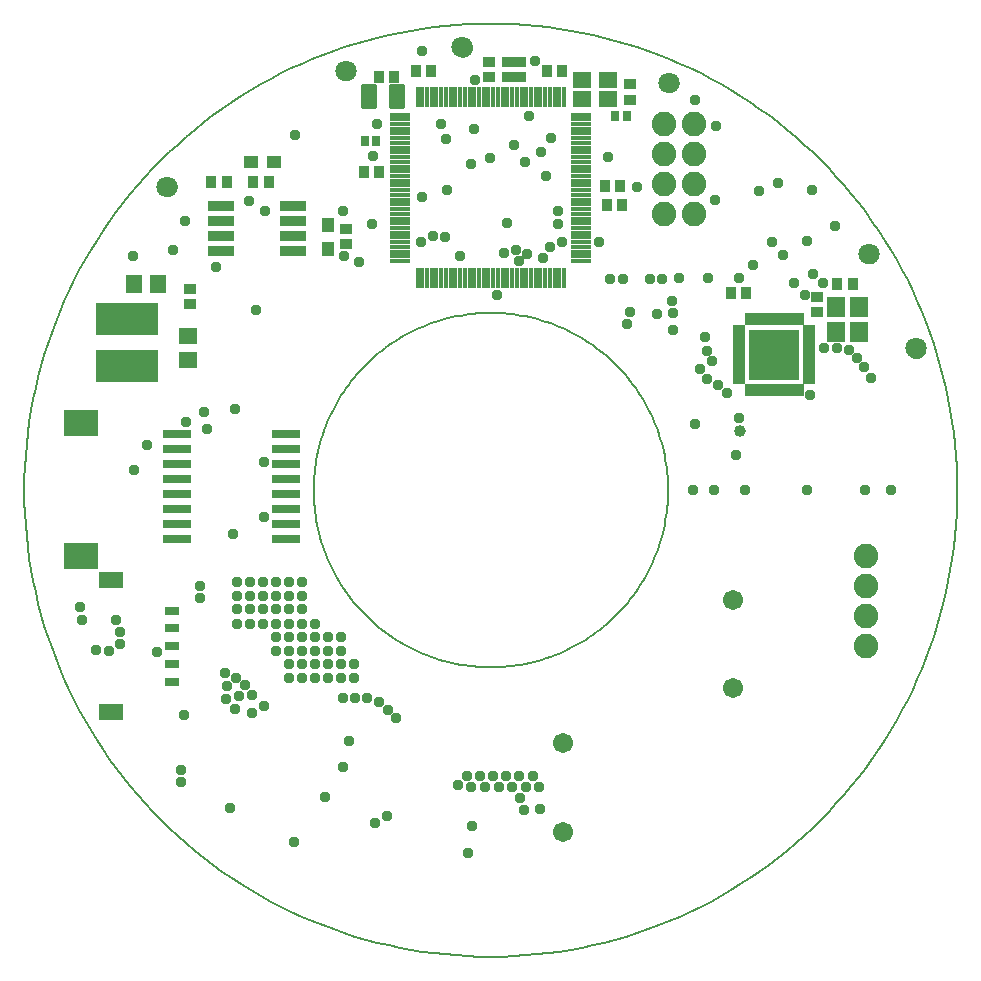
<source format=gbs>
G75*
%MOIN*%
%OFA0B0*%
%FSLAX25Y25*%
%IPPOS*%
%LPD*%
%AMOC8*
5,1,8,0,0,1.08239X$1,22.5*
%
%ADD10C,0.00600*%
%ADD11C,0.00000*%
%ADD12C,0.07099*%
%ADD13R,0.05918X0.06706*%
%ADD14R,0.04343X0.03556*%
%ADD15R,0.03556X0.04343*%
%ADD16R,0.04737X0.03950*%
%ADD17R,0.03950X0.04737*%
%ADD18R,0.05524X0.05918*%
%ADD19R,0.05918X0.05524*%
%ADD20R,0.01765X0.07099*%
%ADD21R,0.07099X0.01765*%
%ADD22R,0.08800X0.03400*%
%ADD23R,0.09461X0.03162*%
%ADD24R,0.20800X0.10800*%
%ADD25R,0.03162X0.03556*%
%ADD26C,0.06737*%
%ADD27R,0.06312X0.05524*%
%ADD28R,0.04146X0.01902*%
%ADD29R,0.01902X0.04146*%
%ADD30R,0.17139X0.17139*%
%ADD31C,0.01539*%
%ADD32R,0.11824X0.09068*%
%ADD33C,0.08200*%
%ADD34R,0.04737X0.03162*%
%ADD35R,0.07887X0.05721*%
%ADD36C,0.03778*%
%ADD37C,0.03975*%
D10*
X0154843Y0163111D02*
X0154861Y0164560D01*
X0154914Y0166009D01*
X0155003Y0167455D01*
X0155127Y0168899D01*
X0155287Y0170340D01*
X0155482Y0171776D01*
X0155712Y0173207D01*
X0155978Y0174632D01*
X0156278Y0176050D01*
X0156613Y0177460D01*
X0156982Y0178862D01*
X0157386Y0180254D01*
X0157824Y0181635D01*
X0158295Y0183006D01*
X0158800Y0184365D01*
X0159338Y0185710D01*
X0159909Y0187043D01*
X0160513Y0188360D01*
X0161149Y0189663D01*
X0161816Y0190949D01*
X0162515Y0192219D01*
X0163245Y0193471D01*
X0164005Y0194705D01*
X0164796Y0195920D01*
X0165616Y0197115D01*
X0166465Y0198290D01*
X0167342Y0199444D01*
X0168248Y0200575D01*
X0169181Y0201684D01*
X0170141Y0202770D01*
X0171128Y0203832D01*
X0172140Y0204869D01*
X0173177Y0205881D01*
X0174239Y0206868D01*
X0175325Y0207828D01*
X0176434Y0208761D01*
X0177565Y0209667D01*
X0178719Y0210544D01*
X0179894Y0211393D01*
X0181089Y0212213D01*
X0182304Y0213004D01*
X0183538Y0213764D01*
X0184790Y0214494D01*
X0186060Y0215193D01*
X0187346Y0215860D01*
X0188649Y0216496D01*
X0189966Y0217100D01*
X0191299Y0217671D01*
X0192644Y0218209D01*
X0194003Y0218714D01*
X0195374Y0219185D01*
X0196755Y0219623D01*
X0198147Y0220027D01*
X0199549Y0220396D01*
X0200959Y0220731D01*
X0202377Y0221031D01*
X0203802Y0221297D01*
X0205233Y0221527D01*
X0206669Y0221722D01*
X0208110Y0221882D01*
X0209554Y0222006D01*
X0211000Y0222095D01*
X0212449Y0222148D01*
X0213898Y0222166D01*
X0215347Y0222148D01*
X0216796Y0222095D01*
X0218242Y0222006D01*
X0219686Y0221882D01*
X0221127Y0221722D01*
X0222563Y0221527D01*
X0223994Y0221297D01*
X0225419Y0221031D01*
X0226837Y0220731D01*
X0228247Y0220396D01*
X0229649Y0220027D01*
X0231041Y0219623D01*
X0232422Y0219185D01*
X0233793Y0218714D01*
X0235152Y0218209D01*
X0236497Y0217671D01*
X0237830Y0217100D01*
X0239147Y0216496D01*
X0240450Y0215860D01*
X0241736Y0215193D01*
X0243006Y0214494D01*
X0244258Y0213764D01*
X0245492Y0213004D01*
X0246707Y0212213D01*
X0247902Y0211393D01*
X0249077Y0210544D01*
X0250231Y0209667D01*
X0251362Y0208761D01*
X0252471Y0207828D01*
X0253557Y0206868D01*
X0254619Y0205881D01*
X0255656Y0204869D01*
X0256668Y0203832D01*
X0257655Y0202770D01*
X0258615Y0201684D01*
X0259548Y0200575D01*
X0260454Y0199444D01*
X0261331Y0198290D01*
X0262180Y0197115D01*
X0263000Y0195920D01*
X0263791Y0194705D01*
X0264551Y0193471D01*
X0265281Y0192219D01*
X0265980Y0190949D01*
X0266647Y0189663D01*
X0267283Y0188360D01*
X0267887Y0187043D01*
X0268458Y0185710D01*
X0268996Y0184365D01*
X0269501Y0183006D01*
X0269972Y0181635D01*
X0270410Y0180254D01*
X0270814Y0178862D01*
X0271183Y0177460D01*
X0271518Y0176050D01*
X0271818Y0174632D01*
X0272084Y0173207D01*
X0272314Y0171776D01*
X0272509Y0170340D01*
X0272669Y0168899D01*
X0272793Y0167455D01*
X0272882Y0166009D01*
X0272935Y0164560D01*
X0272953Y0163111D01*
X0272935Y0161662D01*
X0272882Y0160213D01*
X0272793Y0158767D01*
X0272669Y0157323D01*
X0272509Y0155882D01*
X0272314Y0154446D01*
X0272084Y0153015D01*
X0271818Y0151590D01*
X0271518Y0150172D01*
X0271183Y0148762D01*
X0270814Y0147360D01*
X0270410Y0145968D01*
X0269972Y0144587D01*
X0269501Y0143216D01*
X0268996Y0141857D01*
X0268458Y0140512D01*
X0267887Y0139179D01*
X0267283Y0137862D01*
X0266647Y0136559D01*
X0265980Y0135273D01*
X0265281Y0134003D01*
X0264551Y0132751D01*
X0263791Y0131517D01*
X0263000Y0130302D01*
X0262180Y0129107D01*
X0261331Y0127932D01*
X0260454Y0126778D01*
X0259548Y0125647D01*
X0258615Y0124538D01*
X0257655Y0123452D01*
X0256668Y0122390D01*
X0255656Y0121353D01*
X0254619Y0120341D01*
X0253557Y0119354D01*
X0252471Y0118394D01*
X0251362Y0117461D01*
X0250231Y0116555D01*
X0249077Y0115678D01*
X0247902Y0114829D01*
X0246707Y0114009D01*
X0245492Y0113218D01*
X0244258Y0112458D01*
X0243006Y0111728D01*
X0241736Y0111029D01*
X0240450Y0110362D01*
X0239147Y0109726D01*
X0237830Y0109122D01*
X0236497Y0108551D01*
X0235152Y0108013D01*
X0233793Y0107508D01*
X0232422Y0107037D01*
X0231041Y0106599D01*
X0229649Y0106195D01*
X0228247Y0105826D01*
X0226837Y0105491D01*
X0225419Y0105191D01*
X0223994Y0104925D01*
X0222563Y0104695D01*
X0221127Y0104500D01*
X0219686Y0104340D01*
X0218242Y0104216D01*
X0216796Y0104127D01*
X0215347Y0104074D01*
X0213898Y0104056D01*
X0212449Y0104074D01*
X0211000Y0104127D01*
X0209554Y0104216D01*
X0208110Y0104340D01*
X0206669Y0104500D01*
X0205233Y0104695D01*
X0203802Y0104925D01*
X0202377Y0105191D01*
X0200959Y0105491D01*
X0199549Y0105826D01*
X0198147Y0106195D01*
X0196755Y0106599D01*
X0195374Y0107037D01*
X0194003Y0107508D01*
X0192644Y0108013D01*
X0191299Y0108551D01*
X0189966Y0109122D01*
X0188649Y0109726D01*
X0187346Y0110362D01*
X0186060Y0111029D01*
X0184790Y0111728D01*
X0183538Y0112458D01*
X0182304Y0113218D01*
X0181089Y0114009D01*
X0179894Y0114829D01*
X0178719Y0115678D01*
X0177565Y0116555D01*
X0176434Y0117461D01*
X0175325Y0118394D01*
X0174239Y0119354D01*
X0173177Y0120341D01*
X0172140Y0121353D01*
X0171128Y0122390D01*
X0170141Y0123452D01*
X0169181Y0124538D01*
X0168248Y0125647D01*
X0167342Y0126778D01*
X0166465Y0127932D01*
X0165616Y0129107D01*
X0164796Y0130302D01*
X0164005Y0131517D01*
X0163245Y0132751D01*
X0162515Y0134003D01*
X0161816Y0135273D01*
X0161149Y0136559D01*
X0160513Y0137862D01*
X0159909Y0139179D01*
X0159338Y0140512D01*
X0158800Y0141857D01*
X0158295Y0143216D01*
X0157824Y0144587D01*
X0157386Y0145968D01*
X0156982Y0147360D01*
X0156613Y0148762D01*
X0156278Y0150172D01*
X0155978Y0151590D01*
X0155712Y0153015D01*
X0155482Y0154446D01*
X0155287Y0155882D01*
X0155127Y0157323D01*
X0155003Y0158767D01*
X0154914Y0160213D01*
X0154861Y0161662D01*
X0154843Y0163111D01*
X0058386Y0163111D02*
X0058433Y0166927D01*
X0058573Y0170742D01*
X0058807Y0174551D01*
X0059135Y0178354D01*
X0059556Y0182147D01*
X0060069Y0185929D01*
X0060676Y0189698D01*
X0061374Y0193450D01*
X0062165Y0197184D01*
X0063046Y0200897D01*
X0064019Y0204588D01*
X0065082Y0208254D01*
X0066235Y0211892D01*
X0067477Y0215501D01*
X0068806Y0219079D01*
X0070224Y0222623D01*
X0071727Y0226131D01*
X0073317Y0229601D01*
X0074991Y0233031D01*
X0076749Y0236419D01*
X0078589Y0239763D01*
X0080511Y0243060D01*
X0082513Y0246310D01*
X0084594Y0249509D01*
X0086754Y0252656D01*
X0088990Y0255749D01*
X0091301Y0258787D01*
X0093686Y0261767D01*
X0096143Y0264687D01*
X0098671Y0267546D01*
X0101269Y0270343D01*
X0103934Y0273075D01*
X0106666Y0275740D01*
X0109463Y0278338D01*
X0112322Y0280866D01*
X0115242Y0283323D01*
X0118222Y0285708D01*
X0121260Y0288019D01*
X0124353Y0290255D01*
X0127500Y0292415D01*
X0130699Y0294496D01*
X0133949Y0296498D01*
X0137246Y0298420D01*
X0140590Y0300260D01*
X0143978Y0302018D01*
X0147408Y0303692D01*
X0150878Y0305282D01*
X0154386Y0306785D01*
X0157930Y0308203D01*
X0161508Y0309532D01*
X0165117Y0310774D01*
X0168755Y0311927D01*
X0172421Y0312990D01*
X0176112Y0313963D01*
X0179825Y0314844D01*
X0183559Y0315635D01*
X0187311Y0316333D01*
X0191080Y0316940D01*
X0194862Y0317453D01*
X0198655Y0317874D01*
X0202458Y0318202D01*
X0206267Y0318436D01*
X0210082Y0318576D01*
X0213898Y0318623D01*
X0217714Y0318576D01*
X0221529Y0318436D01*
X0225338Y0318202D01*
X0229141Y0317874D01*
X0232934Y0317453D01*
X0236716Y0316940D01*
X0240485Y0316333D01*
X0244237Y0315635D01*
X0247971Y0314844D01*
X0251684Y0313963D01*
X0255375Y0312990D01*
X0259041Y0311927D01*
X0262679Y0310774D01*
X0266288Y0309532D01*
X0269866Y0308203D01*
X0273410Y0306785D01*
X0276918Y0305282D01*
X0280388Y0303692D01*
X0283818Y0302018D01*
X0287206Y0300260D01*
X0290550Y0298420D01*
X0293847Y0296498D01*
X0297097Y0294496D01*
X0300296Y0292415D01*
X0303443Y0290255D01*
X0306536Y0288019D01*
X0309574Y0285708D01*
X0312554Y0283323D01*
X0315474Y0280866D01*
X0318333Y0278338D01*
X0321130Y0275740D01*
X0323862Y0273075D01*
X0326527Y0270343D01*
X0329125Y0267546D01*
X0331653Y0264687D01*
X0334110Y0261767D01*
X0336495Y0258787D01*
X0338806Y0255749D01*
X0341042Y0252656D01*
X0343202Y0249509D01*
X0345283Y0246310D01*
X0347285Y0243060D01*
X0349207Y0239763D01*
X0351047Y0236419D01*
X0352805Y0233031D01*
X0354479Y0229601D01*
X0356069Y0226131D01*
X0357572Y0222623D01*
X0358990Y0219079D01*
X0360319Y0215501D01*
X0361561Y0211892D01*
X0362714Y0208254D01*
X0363777Y0204588D01*
X0364750Y0200897D01*
X0365631Y0197184D01*
X0366422Y0193450D01*
X0367120Y0189698D01*
X0367727Y0185929D01*
X0368240Y0182147D01*
X0368661Y0178354D01*
X0368989Y0174551D01*
X0369223Y0170742D01*
X0369363Y0166927D01*
X0369410Y0163111D01*
X0369363Y0159295D01*
X0369223Y0155480D01*
X0368989Y0151671D01*
X0368661Y0147868D01*
X0368240Y0144075D01*
X0367727Y0140293D01*
X0367120Y0136524D01*
X0366422Y0132772D01*
X0365631Y0129038D01*
X0364750Y0125325D01*
X0363777Y0121634D01*
X0362714Y0117968D01*
X0361561Y0114330D01*
X0360319Y0110721D01*
X0358990Y0107143D01*
X0357572Y0103599D01*
X0356069Y0100091D01*
X0354479Y0096621D01*
X0352805Y0093191D01*
X0351047Y0089803D01*
X0349207Y0086459D01*
X0347285Y0083162D01*
X0345283Y0079912D01*
X0343202Y0076713D01*
X0341042Y0073566D01*
X0338806Y0070473D01*
X0336495Y0067435D01*
X0334110Y0064455D01*
X0331653Y0061535D01*
X0329125Y0058676D01*
X0326527Y0055879D01*
X0323862Y0053147D01*
X0321130Y0050482D01*
X0318333Y0047884D01*
X0315474Y0045356D01*
X0312554Y0042899D01*
X0309574Y0040514D01*
X0306536Y0038203D01*
X0303443Y0035967D01*
X0300296Y0033807D01*
X0297097Y0031726D01*
X0293847Y0029724D01*
X0290550Y0027802D01*
X0287206Y0025962D01*
X0283818Y0024204D01*
X0280388Y0022530D01*
X0276918Y0020940D01*
X0273410Y0019437D01*
X0269866Y0018019D01*
X0266288Y0016690D01*
X0262679Y0015448D01*
X0259041Y0014295D01*
X0255375Y0013232D01*
X0251684Y0012259D01*
X0247971Y0011378D01*
X0244237Y0010587D01*
X0240485Y0009889D01*
X0236716Y0009282D01*
X0232934Y0008769D01*
X0229141Y0008348D01*
X0225338Y0008020D01*
X0221529Y0007786D01*
X0217714Y0007646D01*
X0213898Y0007599D01*
X0210082Y0007646D01*
X0206267Y0007786D01*
X0202458Y0008020D01*
X0198655Y0008348D01*
X0194862Y0008769D01*
X0191080Y0009282D01*
X0187311Y0009889D01*
X0183559Y0010587D01*
X0179825Y0011378D01*
X0176112Y0012259D01*
X0172421Y0013232D01*
X0168755Y0014295D01*
X0165117Y0015448D01*
X0161508Y0016690D01*
X0157930Y0018019D01*
X0154386Y0019437D01*
X0150878Y0020940D01*
X0147408Y0022530D01*
X0143978Y0024204D01*
X0140590Y0025962D01*
X0137246Y0027802D01*
X0133949Y0029724D01*
X0130699Y0031726D01*
X0127500Y0033807D01*
X0124353Y0035967D01*
X0121260Y0038203D01*
X0118222Y0040514D01*
X0115242Y0042899D01*
X0112322Y0045356D01*
X0109463Y0047884D01*
X0106666Y0050482D01*
X0103934Y0053147D01*
X0101269Y0055879D01*
X0098671Y0058676D01*
X0096143Y0061535D01*
X0093686Y0064455D01*
X0091301Y0067435D01*
X0088990Y0070473D01*
X0086754Y0073566D01*
X0084594Y0076713D01*
X0082513Y0079912D01*
X0080511Y0083162D01*
X0078589Y0086459D01*
X0076749Y0089803D01*
X0074991Y0093191D01*
X0073317Y0096621D01*
X0071727Y0100091D01*
X0070224Y0103599D01*
X0068806Y0107143D01*
X0067477Y0110721D01*
X0066235Y0114330D01*
X0065082Y0117968D01*
X0064019Y0121634D01*
X0063046Y0125325D01*
X0062165Y0129038D01*
X0061374Y0132772D01*
X0060676Y0136524D01*
X0060069Y0140293D01*
X0059556Y0144075D01*
X0059135Y0147868D01*
X0058807Y0151671D01*
X0058573Y0155480D01*
X0058433Y0159295D01*
X0058386Y0163111D01*
D11*
X0102874Y0264292D02*
X0102876Y0264404D01*
X0102882Y0264515D01*
X0102892Y0264627D01*
X0102906Y0264738D01*
X0102923Y0264848D01*
X0102945Y0264958D01*
X0102971Y0265067D01*
X0103000Y0265175D01*
X0103033Y0265281D01*
X0103070Y0265387D01*
X0103111Y0265491D01*
X0103156Y0265594D01*
X0103204Y0265695D01*
X0103255Y0265794D01*
X0103310Y0265891D01*
X0103369Y0265986D01*
X0103430Y0266080D01*
X0103495Y0266171D01*
X0103564Y0266259D01*
X0103635Y0266345D01*
X0103709Y0266429D01*
X0103787Y0266509D01*
X0103867Y0266587D01*
X0103950Y0266663D01*
X0104035Y0266735D01*
X0104123Y0266804D01*
X0104213Y0266870D01*
X0104306Y0266932D01*
X0104401Y0266992D01*
X0104498Y0267048D01*
X0104596Y0267100D01*
X0104697Y0267149D01*
X0104799Y0267194D01*
X0104903Y0267236D01*
X0105008Y0267274D01*
X0105115Y0267308D01*
X0105222Y0267338D01*
X0105331Y0267365D01*
X0105440Y0267387D01*
X0105551Y0267406D01*
X0105661Y0267421D01*
X0105773Y0267432D01*
X0105884Y0267439D01*
X0105996Y0267442D01*
X0106108Y0267441D01*
X0106220Y0267436D01*
X0106331Y0267427D01*
X0106442Y0267414D01*
X0106553Y0267397D01*
X0106663Y0267377D01*
X0106772Y0267352D01*
X0106880Y0267324D01*
X0106987Y0267291D01*
X0107093Y0267255D01*
X0107197Y0267215D01*
X0107300Y0267172D01*
X0107402Y0267125D01*
X0107501Y0267074D01*
X0107599Y0267020D01*
X0107695Y0266962D01*
X0107789Y0266901D01*
X0107880Y0266837D01*
X0107969Y0266770D01*
X0108056Y0266699D01*
X0108140Y0266625D01*
X0108222Y0266549D01*
X0108300Y0266469D01*
X0108376Y0266387D01*
X0108449Y0266302D01*
X0108519Y0266215D01*
X0108585Y0266125D01*
X0108649Y0266033D01*
X0108709Y0265939D01*
X0108766Y0265843D01*
X0108819Y0265744D01*
X0108869Y0265644D01*
X0108915Y0265543D01*
X0108958Y0265439D01*
X0108997Y0265334D01*
X0109032Y0265228D01*
X0109063Y0265121D01*
X0109091Y0265012D01*
X0109114Y0264903D01*
X0109134Y0264793D01*
X0109150Y0264682D01*
X0109162Y0264571D01*
X0109170Y0264460D01*
X0109174Y0264348D01*
X0109174Y0264236D01*
X0109170Y0264124D01*
X0109162Y0264013D01*
X0109150Y0263902D01*
X0109134Y0263791D01*
X0109114Y0263681D01*
X0109091Y0263572D01*
X0109063Y0263463D01*
X0109032Y0263356D01*
X0108997Y0263250D01*
X0108958Y0263145D01*
X0108915Y0263041D01*
X0108869Y0262940D01*
X0108819Y0262840D01*
X0108766Y0262741D01*
X0108709Y0262645D01*
X0108649Y0262551D01*
X0108585Y0262459D01*
X0108519Y0262369D01*
X0108449Y0262282D01*
X0108376Y0262197D01*
X0108300Y0262115D01*
X0108222Y0262035D01*
X0108140Y0261959D01*
X0108056Y0261885D01*
X0107969Y0261814D01*
X0107880Y0261747D01*
X0107789Y0261683D01*
X0107695Y0261622D01*
X0107599Y0261564D01*
X0107501Y0261510D01*
X0107402Y0261459D01*
X0107300Y0261412D01*
X0107197Y0261369D01*
X0107093Y0261329D01*
X0106987Y0261293D01*
X0106880Y0261260D01*
X0106772Y0261232D01*
X0106663Y0261207D01*
X0106553Y0261187D01*
X0106442Y0261170D01*
X0106331Y0261157D01*
X0106220Y0261148D01*
X0106108Y0261143D01*
X0105996Y0261142D01*
X0105884Y0261145D01*
X0105773Y0261152D01*
X0105661Y0261163D01*
X0105551Y0261178D01*
X0105440Y0261197D01*
X0105331Y0261219D01*
X0105222Y0261246D01*
X0105115Y0261276D01*
X0105008Y0261310D01*
X0104903Y0261348D01*
X0104799Y0261390D01*
X0104697Y0261435D01*
X0104596Y0261484D01*
X0104498Y0261536D01*
X0104401Y0261592D01*
X0104306Y0261652D01*
X0104213Y0261714D01*
X0104123Y0261780D01*
X0104035Y0261849D01*
X0103950Y0261921D01*
X0103867Y0261997D01*
X0103787Y0262075D01*
X0103709Y0262155D01*
X0103635Y0262239D01*
X0103564Y0262325D01*
X0103495Y0262413D01*
X0103430Y0262504D01*
X0103369Y0262598D01*
X0103310Y0262693D01*
X0103255Y0262790D01*
X0103204Y0262889D01*
X0103156Y0262990D01*
X0103111Y0263093D01*
X0103070Y0263197D01*
X0103033Y0263303D01*
X0103000Y0263409D01*
X0102971Y0263517D01*
X0102945Y0263626D01*
X0102923Y0263736D01*
X0102906Y0263846D01*
X0102892Y0263957D01*
X0102882Y0264069D01*
X0102876Y0264180D01*
X0102874Y0264292D01*
X0162323Y0302875D02*
X0162325Y0302987D01*
X0162331Y0303098D01*
X0162341Y0303210D01*
X0162355Y0303321D01*
X0162372Y0303431D01*
X0162394Y0303541D01*
X0162420Y0303650D01*
X0162449Y0303758D01*
X0162482Y0303864D01*
X0162519Y0303970D01*
X0162560Y0304074D01*
X0162605Y0304177D01*
X0162653Y0304278D01*
X0162704Y0304377D01*
X0162759Y0304474D01*
X0162818Y0304569D01*
X0162879Y0304663D01*
X0162944Y0304754D01*
X0163013Y0304842D01*
X0163084Y0304928D01*
X0163158Y0305012D01*
X0163236Y0305092D01*
X0163316Y0305170D01*
X0163399Y0305246D01*
X0163484Y0305318D01*
X0163572Y0305387D01*
X0163662Y0305453D01*
X0163755Y0305515D01*
X0163850Y0305575D01*
X0163947Y0305631D01*
X0164045Y0305683D01*
X0164146Y0305732D01*
X0164248Y0305777D01*
X0164352Y0305819D01*
X0164457Y0305857D01*
X0164564Y0305891D01*
X0164671Y0305921D01*
X0164780Y0305948D01*
X0164889Y0305970D01*
X0165000Y0305989D01*
X0165110Y0306004D01*
X0165222Y0306015D01*
X0165333Y0306022D01*
X0165445Y0306025D01*
X0165557Y0306024D01*
X0165669Y0306019D01*
X0165780Y0306010D01*
X0165891Y0305997D01*
X0166002Y0305980D01*
X0166112Y0305960D01*
X0166221Y0305935D01*
X0166329Y0305907D01*
X0166436Y0305874D01*
X0166542Y0305838D01*
X0166646Y0305798D01*
X0166749Y0305755D01*
X0166851Y0305708D01*
X0166950Y0305657D01*
X0167048Y0305603D01*
X0167144Y0305545D01*
X0167238Y0305484D01*
X0167329Y0305420D01*
X0167418Y0305353D01*
X0167505Y0305282D01*
X0167589Y0305208D01*
X0167671Y0305132D01*
X0167749Y0305052D01*
X0167825Y0304970D01*
X0167898Y0304885D01*
X0167968Y0304798D01*
X0168034Y0304708D01*
X0168098Y0304616D01*
X0168158Y0304522D01*
X0168215Y0304426D01*
X0168268Y0304327D01*
X0168318Y0304227D01*
X0168364Y0304126D01*
X0168407Y0304022D01*
X0168446Y0303917D01*
X0168481Y0303811D01*
X0168512Y0303704D01*
X0168540Y0303595D01*
X0168563Y0303486D01*
X0168583Y0303376D01*
X0168599Y0303265D01*
X0168611Y0303154D01*
X0168619Y0303043D01*
X0168623Y0302931D01*
X0168623Y0302819D01*
X0168619Y0302707D01*
X0168611Y0302596D01*
X0168599Y0302485D01*
X0168583Y0302374D01*
X0168563Y0302264D01*
X0168540Y0302155D01*
X0168512Y0302046D01*
X0168481Y0301939D01*
X0168446Y0301833D01*
X0168407Y0301728D01*
X0168364Y0301624D01*
X0168318Y0301523D01*
X0168268Y0301423D01*
X0168215Y0301324D01*
X0168158Y0301228D01*
X0168098Y0301134D01*
X0168034Y0301042D01*
X0167968Y0300952D01*
X0167898Y0300865D01*
X0167825Y0300780D01*
X0167749Y0300698D01*
X0167671Y0300618D01*
X0167589Y0300542D01*
X0167505Y0300468D01*
X0167418Y0300397D01*
X0167329Y0300330D01*
X0167238Y0300266D01*
X0167144Y0300205D01*
X0167048Y0300147D01*
X0166950Y0300093D01*
X0166851Y0300042D01*
X0166749Y0299995D01*
X0166646Y0299952D01*
X0166542Y0299912D01*
X0166436Y0299876D01*
X0166329Y0299843D01*
X0166221Y0299815D01*
X0166112Y0299790D01*
X0166002Y0299770D01*
X0165891Y0299753D01*
X0165780Y0299740D01*
X0165669Y0299731D01*
X0165557Y0299726D01*
X0165445Y0299725D01*
X0165333Y0299728D01*
X0165222Y0299735D01*
X0165110Y0299746D01*
X0165000Y0299761D01*
X0164889Y0299780D01*
X0164780Y0299802D01*
X0164671Y0299829D01*
X0164564Y0299859D01*
X0164457Y0299893D01*
X0164352Y0299931D01*
X0164248Y0299973D01*
X0164146Y0300018D01*
X0164045Y0300067D01*
X0163947Y0300119D01*
X0163850Y0300175D01*
X0163755Y0300235D01*
X0163662Y0300297D01*
X0163572Y0300363D01*
X0163484Y0300432D01*
X0163399Y0300504D01*
X0163316Y0300580D01*
X0163236Y0300658D01*
X0163158Y0300738D01*
X0163084Y0300822D01*
X0163013Y0300908D01*
X0162944Y0300996D01*
X0162879Y0301087D01*
X0162818Y0301181D01*
X0162759Y0301276D01*
X0162704Y0301373D01*
X0162653Y0301472D01*
X0162605Y0301573D01*
X0162560Y0301676D01*
X0162519Y0301780D01*
X0162482Y0301886D01*
X0162449Y0301992D01*
X0162420Y0302100D01*
X0162394Y0302209D01*
X0162372Y0302319D01*
X0162355Y0302429D01*
X0162341Y0302540D01*
X0162331Y0302652D01*
X0162325Y0302763D01*
X0162323Y0302875D01*
X0201300Y0310749D02*
X0201302Y0310861D01*
X0201308Y0310972D01*
X0201318Y0311084D01*
X0201332Y0311195D01*
X0201349Y0311305D01*
X0201371Y0311415D01*
X0201397Y0311524D01*
X0201426Y0311632D01*
X0201459Y0311738D01*
X0201496Y0311844D01*
X0201537Y0311948D01*
X0201582Y0312051D01*
X0201630Y0312152D01*
X0201681Y0312251D01*
X0201736Y0312348D01*
X0201795Y0312443D01*
X0201856Y0312537D01*
X0201921Y0312628D01*
X0201990Y0312716D01*
X0202061Y0312802D01*
X0202135Y0312886D01*
X0202213Y0312966D01*
X0202293Y0313044D01*
X0202376Y0313120D01*
X0202461Y0313192D01*
X0202549Y0313261D01*
X0202639Y0313327D01*
X0202732Y0313389D01*
X0202827Y0313449D01*
X0202924Y0313505D01*
X0203022Y0313557D01*
X0203123Y0313606D01*
X0203225Y0313651D01*
X0203329Y0313693D01*
X0203434Y0313731D01*
X0203541Y0313765D01*
X0203648Y0313795D01*
X0203757Y0313822D01*
X0203866Y0313844D01*
X0203977Y0313863D01*
X0204087Y0313878D01*
X0204199Y0313889D01*
X0204310Y0313896D01*
X0204422Y0313899D01*
X0204534Y0313898D01*
X0204646Y0313893D01*
X0204757Y0313884D01*
X0204868Y0313871D01*
X0204979Y0313854D01*
X0205089Y0313834D01*
X0205198Y0313809D01*
X0205306Y0313781D01*
X0205413Y0313748D01*
X0205519Y0313712D01*
X0205623Y0313672D01*
X0205726Y0313629D01*
X0205828Y0313582D01*
X0205927Y0313531D01*
X0206025Y0313477D01*
X0206121Y0313419D01*
X0206215Y0313358D01*
X0206306Y0313294D01*
X0206395Y0313227D01*
X0206482Y0313156D01*
X0206566Y0313082D01*
X0206648Y0313006D01*
X0206726Y0312926D01*
X0206802Y0312844D01*
X0206875Y0312759D01*
X0206945Y0312672D01*
X0207011Y0312582D01*
X0207075Y0312490D01*
X0207135Y0312396D01*
X0207192Y0312300D01*
X0207245Y0312201D01*
X0207295Y0312101D01*
X0207341Y0312000D01*
X0207384Y0311896D01*
X0207423Y0311791D01*
X0207458Y0311685D01*
X0207489Y0311578D01*
X0207517Y0311469D01*
X0207540Y0311360D01*
X0207560Y0311250D01*
X0207576Y0311139D01*
X0207588Y0311028D01*
X0207596Y0310917D01*
X0207600Y0310805D01*
X0207600Y0310693D01*
X0207596Y0310581D01*
X0207588Y0310470D01*
X0207576Y0310359D01*
X0207560Y0310248D01*
X0207540Y0310138D01*
X0207517Y0310029D01*
X0207489Y0309920D01*
X0207458Y0309813D01*
X0207423Y0309707D01*
X0207384Y0309602D01*
X0207341Y0309498D01*
X0207295Y0309397D01*
X0207245Y0309297D01*
X0207192Y0309198D01*
X0207135Y0309102D01*
X0207075Y0309008D01*
X0207011Y0308916D01*
X0206945Y0308826D01*
X0206875Y0308739D01*
X0206802Y0308654D01*
X0206726Y0308572D01*
X0206648Y0308492D01*
X0206566Y0308416D01*
X0206482Y0308342D01*
X0206395Y0308271D01*
X0206306Y0308204D01*
X0206215Y0308140D01*
X0206121Y0308079D01*
X0206025Y0308021D01*
X0205927Y0307967D01*
X0205828Y0307916D01*
X0205726Y0307869D01*
X0205623Y0307826D01*
X0205519Y0307786D01*
X0205413Y0307750D01*
X0205306Y0307717D01*
X0205198Y0307689D01*
X0205089Y0307664D01*
X0204979Y0307644D01*
X0204868Y0307627D01*
X0204757Y0307614D01*
X0204646Y0307605D01*
X0204534Y0307600D01*
X0204422Y0307599D01*
X0204310Y0307602D01*
X0204199Y0307609D01*
X0204087Y0307620D01*
X0203977Y0307635D01*
X0203866Y0307654D01*
X0203757Y0307676D01*
X0203648Y0307703D01*
X0203541Y0307733D01*
X0203434Y0307767D01*
X0203329Y0307805D01*
X0203225Y0307847D01*
X0203123Y0307892D01*
X0203022Y0307941D01*
X0202924Y0307993D01*
X0202827Y0308049D01*
X0202732Y0308109D01*
X0202639Y0308171D01*
X0202549Y0308237D01*
X0202461Y0308306D01*
X0202376Y0308378D01*
X0202293Y0308454D01*
X0202213Y0308532D01*
X0202135Y0308612D01*
X0202061Y0308696D01*
X0201990Y0308782D01*
X0201921Y0308870D01*
X0201856Y0308961D01*
X0201795Y0309055D01*
X0201736Y0309150D01*
X0201681Y0309247D01*
X0201630Y0309346D01*
X0201582Y0309447D01*
X0201537Y0309550D01*
X0201496Y0309654D01*
X0201459Y0309760D01*
X0201426Y0309866D01*
X0201397Y0309974D01*
X0201371Y0310083D01*
X0201349Y0310193D01*
X0201332Y0310303D01*
X0201318Y0310414D01*
X0201308Y0310526D01*
X0201302Y0310637D01*
X0201300Y0310749D01*
X0270197Y0298938D02*
X0270199Y0299050D01*
X0270205Y0299161D01*
X0270215Y0299273D01*
X0270229Y0299384D01*
X0270246Y0299494D01*
X0270268Y0299604D01*
X0270294Y0299713D01*
X0270323Y0299821D01*
X0270356Y0299927D01*
X0270393Y0300033D01*
X0270434Y0300137D01*
X0270479Y0300240D01*
X0270527Y0300341D01*
X0270578Y0300440D01*
X0270633Y0300537D01*
X0270692Y0300632D01*
X0270753Y0300726D01*
X0270818Y0300817D01*
X0270887Y0300905D01*
X0270958Y0300991D01*
X0271032Y0301075D01*
X0271110Y0301155D01*
X0271190Y0301233D01*
X0271273Y0301309D01*
X0271358Y0301381D01*
X0271446Y0301450D01*
X0271536Y0301516D01*
X0271629Y0301578D01*
X0271724Y0301638D01*
X0271821Y0301694D01*
X0271919Y0301746D01*
X0272020Y0301795D01*
X0272122Y0301840D01*
X0272226Y0301882D01*
X0272331Y0301920D01*
X0272438Y0301954D01*
X0272545Y0301984D01*
X0272654Y0302011D01*
X0272763Y0302033D01*
X0272874Y0302052D01*
X0272984Y0302067D01*
X0273096Y0302078D01*
X0273207Y0302085D01*
X0273319Y0302088D01*
X0273431Y0302087D01*
X0273543Y0302082D01*
X0273654Y0302073D01*
X0273765Y0302060D01*
X0273876Y0302043D01*
X0273986Y0302023D01*
X0274095Y0301998D01*
X0274203Y0301970D01*
X0274310Y0301937D01*
X0274416Y0301901D01*
X0274520Y0301861D01*
X0274623Y0301818D01*
X0274725Y0301771D01*
X0274824Y0301720D01*
X0274922Y0301666D01*
X0275018Y0301608D01*
X0275112Y0301547D01*
X0275203Y0301483D01*
X0275292Y0301416D01*
X0275379Y0301345D01*
X0275463Y0301271D01*
X0275545Y0301195D01*
X0275623Y0301115D01*
X0275699Y0301033D01*
X0275772Y0300948D01*
X0275842Y0300861D01*
X0275908Y0300771D01*
X0275972Y0300679D01*
X0276032Y0300585D01*
X0276089Y0300489D01*
X0276142Y0300390D01*
X0276192Y0300290D01*
X0276238Y0300189D01*
X0276281Y0300085D01*
X0276320Y0299980D01*
X0276355Y0299874D01*
X0276386Y0299767D01*
X0276414Y0299658D01*
X0276437Y0299549D01*
X0276457Y0299439D01*
X0276473Y0299328D01*
X0276485Y0299217D01*
X0276493Y0299106D01*
X0276497Y0298994D01*
X0276497Y0298882D01*
X0276493Y0298770D01*
X0276485Y0298659D01*
X0276473Y0298548D01*
X0276457Y0298437D01*
X0276437Y0298327D01*
X0276414Y0298218D01*
X0276386Y0298109D01*
X0276355Y0298002D01*
X0276320Y0297896D01*
X0276281Y0297791D01*
X0276238Y0297687D01*
X0276192Y0297586D01*
X0276142Y0297486D01*
X0276089Y0297387D01*
X0276032Y0297291D01*
X0275972Y0297197D01*
X0275908Y0297105D01*
X0275842Y0297015D01*
X0275772Y0296928D01*
X0275699Y0296843D01*
X0275623Y0296761D01*
X0275545Y0296681D01*
X0275463Y0296605D01*
X0275379Y0296531D01*
X0275292Y0296460D01*
X0275203Y0296393D01*
X0275112Y0296329D01*
X0275018Y0296268D01*
X0274922Y0296210D01*
X0274824Y0296156D01*
X0274725Y0296105D01*
X0274623Y0296058D01*
X0274520Y0296015D01*
X0274416Y0295975D01*
X0274310Y0295939D01*
X0274203Y0295906D01*
X0274095Y0295878D01*
X0273986Y0295853D01*
X0273876Y0295833D01*
X0273765Y0295816D01*
X0273654Y0295803D01*
X0273543Y0295794D01*
X0273431Y0295789D01*
X0273319Y0295788D01*
X0273207Y0295791D01*
X0273096Y0295798D01*
X0272984Y0295809D01*
X0272874Y0295824D01*
X0272763Y0295843D01*
X0272654Y0295865D01*
X0272545Y0295892D01*
X0272438Y0295922D01*
X0272331Y0295956D01*
X0272226Y0295994D01*
X0272122Y0296036D01*
X0272020Y0296081D01*
X0271919Y0296130D01*
X0271821Y0296182D01*
X0271724Y0296238D01*
X0271629Y0296298D01*
X0271536Y0296360D01*
X0271446Y0296426D01*
X0271358Y0296495D01*
X0271273Y0296567D01*
X0271190Y0296643D01*
X0271110Y0296721D01*
X0271032Y0296801D01*
X0270958Y0296885D01*
X0270887Y0296971D01*
X0270818Y0297059D01*
X0270753Y0297150D01*
X0270692Y0297244D01*
X0270633Y0297339D01*
X0270578Y0297436D01*
X0270527Y0297535D01*
X0270479Y0297636D01*
X0270434Y0297739D01*
X0270393Y0297843D01*
X0270356Y0297949D01*
X0270323Y0298055D01*
X0270294Y0298163D01*
X0270268Y0298272D01*
X0270246Y0298382D01*
X0270229Y0298492D01*
X0270215Y0298603D01*
X0270205Y0298715D01*
X0270199Y0298826D01*
X0270197Y0298938D01*
X0336733Y0241851D02*
X0336735Y0241963D01*
X0336741Y0242074D01*
X0336751Y0242186D01*
X0336765Y0242297D01*
X0336782Y0242407D01*
X0336804Y0242517D01*
X0336830Y0242626D01*
X0336859Y0242734D01*
X0336892Y0242840D01*
X0336929Y0242946D01*
X0336970Y0243050D01*
X0337015Y0243153D01*
X0337063Y0243254D01*
X0337114Y0243353D01*
X0337169Y0243450D01*
X0337228Y0243545D01*
X0337289Y0243639D01*
X0337354Y0243730D01*
X0337423Y0243818D01*
X0337494Y0243904D01*
X0337568Y0243988D01*
X0337646Y0244068D01*
X0337726Y0244146D01*
X0337809Y0244222D01*
X0337894Y0244294D01*
X0337982Y0244363D01*
X0338072Y0244429D01*
X0338165Y0244491D01*
X0338260Y0244551D01*
X0338357Y0244607D01*
X0338455Y0244659D01*
X0338556Y0244708D01*
X0338658Y0244753D01*
X0338762Y0244795D01*
X0338867Y0244833D01*
X0338974Y0244867D01*
X0339081Y0244897D01*
X0339190Y0244924D01*
X0339299Y0244946D01*
X0339410Y0244965D01*
X0339520Y0244980D01*
X0339632Y0244991D01*
X0339743Y0244998D01*
X0339855Y0245001D01*
X0339967Y0245000D01*
X0340079Y0244995D01*
X0340190Y0244986D01*
X0340301Y0244973D01*
X0340412Y0244956D01*
X0340522Y0244936D01*
X0340631Y0244911D01*
X0340739Y0244883D01*
X0340846Y0244850D01*
X0340952Y0244814D01*
X0341056Y0244774D01*
X0341159Y0244731D01*
X0341261Y0244684D01*
X0341360Y0244633D01*
X0341458Y0244579D01*
X0341554Y0244521D01*
X0341648Y0244460D01*
X0341739Y0244396D01*
X0341828Y0244329D01*
X0341915Y0244258D01*
X0341999Y0244184D01*
X0342081Y0244108D01*
X0342159Y0244028D01*
X0342235Y0243946D01*
X0342308Y0243861D01*
X0342378Y0243774D01*
X0342444Y0243684D01*
X0342508Y0243592D01*
X0342568Y0243498D01*
X0342625Y0243402D01*
X0342678Y0243303D01*
X0342728Y0243203D01*
X0342774Y0243102D01*
X0342817Y0242998D01*
X0342856Y0242893D01*
X0342891Y0242787D01*
X0342922Y0242680D01*
X0342950Y0242571D01*
X0342973Y0242462D01*
X0342993Y0242352D01*
X0343009Y0242241D01*
X0343021Y0242130D01*
X0343029Y0242019D01*
X0343033Y0241907D01*
X0343033Y0241795D01*
X0343029Y0241683D01*
X0343021Y0241572D01*
X0343009Y0241461D01*
X0342993Y0241350D01*
X0342973Y0241240D01*
X0342950Y0241131D01*
X0342922Y0241022D01*
X0342891Y0240915D01*
X0342856Y0240809D01*
X0342817Y0240704D01*
X0342774Y0240600D01*
X0342728Y0240499D01*
X0342678Y0240399D01*
X0342625Y0240300D01*
X0342568Y0240204D01*
X0342508Y0240110D01*
X0342444Y0240018D01*
X0342378Y0239928D01*
X0342308Y0239841D01*
X0342235Y0239756D01*
X0342159Y0239674D01*
X0342081Y0239594D01*
X0341999Y0239518D01*
X0341915Y0239444D01*
X0341828Y0239373D01*
X0341739Y0239306D01*
X0341648Y0239242D01*
X0341554Y0239181D01*
X0341458Y0239123D01*
X0341360Y0239069D01*
X0341261Y0239018D01*
X0341159Y0238971D01*
X0341056Y0238928D01*
X0340952Y0238888D01*
X0340846Y0238852D01*
X0340739Y0238819D01*
X0340631Y0238791D01*
X0340522Y0238766D01*
X0340412Y0238746D01*
X0340301Y0238729D01*
X0340190Y0238716D01*
X0340079Y0238707D01*
X0339967Y0238702D01*
X0339855Y0238701D01*
X0339743Y0238704D01*
X0339632Y0238711D01*
X0339520Y0238722D01*
X0339410Y0238737D01*
X0339299Y0238756D01*
X0339190Y0238778D01*
X0339081Y0238805D01*
X0338974Y0238835D01*
X0338867Y0238869D01*
X0338762Y0238907D01*
X0338658Y0238949D01*
X0338556Y0238994D01*
X0338455Y0239043D01*
X0338357Y0239095D01*
X0338260Y0239151D01*
X0338165Y0239211D01*
X0338072Y0239273D01*
X0337982Y0239339D01*
X0337894Y0239408D01*
X0337809Y0239480D01*
X0337726Y0239556D01*
X0337646Y0239634D01*
X0337568Y0239714D01*
X0337494Y0239798D01*
X0337423Y0239884D01*
X0337354Y0239972D01*
X0337289Y0240063D01*
X0337228Y0240157D01*
X0337169Y0240252D01*
X0337114Y0240349D01*
X0337063Y0240448D01*
X0337015Y0240549D01*
X0336970Y0240652D01*
X0336929Y0240756D01*
X0336892Y0240862D01*
X0336859Y0240968D01*
X0336830Y0241076D01*
X0336804Y0241185D01*
X0336782Y0241295D01*
X0336765Y0241405D01*
X0336751Y0241516D01*
X0336741Y0241628D01*
X0336735Y0241739D01*
X0336733Y0241851D01*
X0352481Y0210355D02*
X0352483Y0210467D01*
X0352489Y0210578D01*
X0352499Y0210690D01*
X0352513Y0210801D01*
X0352530Y0210911D01*
X0352552Y0211021D01*
X0352578Y0211130D01*
X0352607Y0211238D01*
X0352640Y0211344D01*
X0352677Y0211450D01*
X0352718Y0211554D01*
X0352763Y0211657D01*
X0352811Y0211758D01*
X0352862Y0211857D01*
X0352917Y0211954D01*
X0352976Y0212049D01*
X0353037Y0212143D01*
X0353102Y0212234D01*
X0353171Y0212322D01*
X0353242Y0212408D01*
X0353316Y0212492D01*
X0353394Y0212572D01*
X0353474Y0212650D01*
X0353557Y0212726D01*
X0353642Y0212798D01*
X0353730Y0212867D01*
X0353820Y0212933D01*
X0353913Y0212995D01*
X0354008Y0213055D01*
X0354105Y0213111D01*
X0354203Y0213163D01*
X0354304Y0213212D01*
X0354406Y0213257D01*
X0354510Y0213299D01*
X0354615Y0213337D01*
X0354722Y0213371D01*
X0354829Y0213401D01*
X0354938Y0213428D01*
X0355047Y0213450D01*
X0355158Y0213469D01*
X0355268Y0213484D01*
X0355380Y0213495D01*
X0355491Y0213502D01*
X0355603Y0213505D01*
X0355715Y0213504D01*
X0355827Y0213499D01*
X0355938Y0213490D01*
X0356049Y0213477D01*
X0356160Y0213460D01*
X0356270Y0213440D01*
X0356379Y0213415D01*
X0356487Y0213387D01*
X0356594Y0213354D01*
X0356700Y0213318D01*
X0356804Y0213278D01*
X0356907Y0213235D01*
X0357009Y0213188D01*
X0357108Y0213137D01*
X0357206Y0213083D01*
X0357302Y0213025D01*
X0357396Y0212964D01*
X0357487Y0212900D01*
X0357576Y0212833D01*
X0357663Y0212762D01*
X0357747Y0212688D01*
X0357829Y0212612D01*
X0357907Y0212532D01*
X0357983Y0212450D01*
X0358056Y0212365D01*
X0358126Y0212278D01*
X0358192Y0212188D01*
X0358256Y0212096D01*
X0358316Y0212002D01*
X0358373Y0211906D01*
X0358426Y0211807D01*
X0358476Y0211707D01*
X0358522Y0211606D01*
X0358565Y0211502D01*
X0358604Y0211397D01*
X0358639Y0211291D01*
X0358670Y0211184D01*
X0358698Y0211075D01*
X0358721Y0210966D01*
X0358741Y0210856D01*
X0358757Y0210745D01*
X0358769Y0210634D01*
X0358777Y0210523D01*
X0358781Y0210411D01*
X0358781Y0210299D01*
X0358777Y0210187D01*
X0358769Y0210076D01*
X0358757Y0209965D01*
X0358741Y0209854D01*
X0358721Y0209744D01*
X0358698Y0209635D01*
X0358670Y0209526D01*
X0358639Y0209419D01*
X0358604Y0209313D01*
X0358565Y0209208D01*
X0358522Y0209104D01*
X0358476Y0209003D01*
X0358426Y0208903D01*
X0358373Y0208804D01*
X0358316Y0208708D01*
X0358256Y0208614D01*
X0358192Y0208522D01*
X0358126Y0208432D01*
X0358056Y0208345D01*
X0357983Y0208260D01*
X0357907Y0208178D01*
X0357829Y0208098D01*
X0357747Y0208022D01*
X0357663Y0207948D01*
X0357576Y0207877D01*
X0357487Y0207810D01*
X0357396Y0207746D01*
X0357302Y0207685D01*
X0357206Y0207627D01*
X0357108Y0207573D01*
X0357009Y0207522D01*
X0356907Y0207475D01*
X0356804Y0207432D01*
X0356700Y0207392D01*
X0356594Y0207356D01*
X0356487Y0207323D01*
X0356379Y0207295D01*
X0356270Y0207270D01*
X0356160Y0207250D01*
X0356049Y0207233D01*
X0355938Y0207220D01*
X0355827Y0207211D01*
X0355715Y0207206D01*
X0355603Y0207205D01*
X0355491Y0207208D01*
X0355380Y0207215D01*
X0355268Y0207226D01*
X0355158Y0207241D01*
X0355047Y0207260D01*
X0354938Y0207282D01*
X0354829Y0207309D01*
X0354722Y0207339D01*
X0354615Y0207373D01*
X0354510Y0207411D01*
X0354406Y0207453D01*
X0354304Y0207498D01*
X0354203Y0207547D01*
X0354105Y0207599D01*
X0354008Y0207655D01*
X0353913Y0207715D01*
X0353820Y0207777D01*
X0353730Y0207843D01*
X0353642Y0207912D01*
X0353557Y0207984D01*
X0353474Y0208060D01*
X0353394Y0208138D01*
X0353316Y0208218D01*
X0353242Y0208302D01*
X0353171Y0208388D01*
X0353102Y0208476D01*
X0353037Y0208567D01*
X0352976Y0208661D01*
X0352917Y0208756D01*
X0352862Y0208853D01*
X0352811Y0208952D01*
X0352763Y0209053D01*
X0352718Y0209156D01*
X0352677Y0209260D01*
X0352640Y0209366D01*
X0352607Y0209472D01*
X0352578Y0209580D01*
X0352552Y0209689D01*
X0352530Y0209799D01*
X0352513Y0209909D01*
X0352499Y0210020D01*
X0352489Y0210132D01*
X0352483Y0210243D01*
X0352481Y0210355D01*
D12*
X0355631Y0210355D03*
X0339883Y0241851D03*
X0273347Y0298938D03*
X0204450Y0310749D03*
X0165473Y0302875D03*
X0106024Y0264292D03*
D13*
X0329056Y0224056D03*
X0336536Y0224056D03*
X0336497Y0215749D03*
X0329017Y0215749D03*
D14*
X0322599Y0222481D03*
X0322599Y0227599D03*
X0260441Y0293261D03*
X0260441Y0298380D03*
X0223662Y0300788D03*
X0219502Y0300739D03*
X0219502Y0305857D03*
X0223662Y0305906D03*
X0213253Y0305917D03*
X0213253Y0300799D03*
X0165764Y0250124D03*
X0165764Y0245006D03*
X0113780Y0230198D03*
X0113780Y0225080D03*
D15*
X0120698Y0265784D03*
X0125816Y0265784D03*
X0134763Y0265996D03*
X0139881Y0265996D03*
X0171654Y0269135D03*
X0176772Y0269135D03*
X0176620Y0300736D03*
X0181739Y0300736D03*
X0188962Y0302764D03*
X0194080Y0302764D03*
X0232507Y0302730D03*
X0237625Y0302730D03*
X0251969Y0264371D03*
X0257087Y0264371D03*
X0257678Y0258072D03*
X0252560Y0258072D03*
X0293938Y0228780D03*
X0299056Y0228780D03*
X0329371Y0231891D03*
X0334489Y0231891D03*
D16*
X0141709Y0272439D03*
X0133835Y0272439D03*
D17*
X0159550Y0251355D03*
X0159550Y0243481D03*
D18*
X0102953Y0231860D03*
X0094953Y0231860D03*
D19*
X0113073Y0214543D03*
X0113073Y0206543D03*
D20*
X0189489Y0233780D03*
X0191064Y0233780D03*
X0192639Y0233780D03*
X0194213Y0233780D03*
X0195788Y0233780D03*
X0197363Y0233780D03*
X0198938Y0233780D03*
X0200513Y0233780D03*
X0202087Y0233780D03*
X0203662Y0233780D03*
X0205237Y0233780D03*
X0206812Y0233780D03*
X0208387Y0233780D03*
X0209961Y0233780D03*
X0211536Y0233780D03*
X0213111Y0233780D03*
X0214686Y0233780D03*
X0216261Y0233780D03*
X0217835Y0233780D03*
X0219410Y0233780D03*
X0220985Y0233780D03*
X0222560Y0233780D03*
X0224135Y0233780D03*
X0225709Y0233780D03*
X0227284Y0233780D03*
X0228859Y0233780D03*
X0230434Y0233780D03*
X0232009Y0233780D03*
X0233583Y0233780D03*
X0235158Y0233780D03*
X0236733Y0233780D03*
X0238308Y0233780D03*
X0238308Y0294017D03*
X0236733Y0294017D03*
X0235158Y0294017D03*
X0233583Y0294017D03*
X0232009Y0294017D03*
X0230434Y0294017D03*
X0228859Y0294017D03*
X0227284Y0294017D03*
X0225709Y0294017D03*
X0224135Y0294017D03*
X0222560Y0294017D03*
X0220985Y0294017D03*
X0219410Y0294017D03*
X0217835Y0294017D03*
X0216261Y0294017D03*
X0214686Y0294017D03*
X0213111Y0294017D03*
X0211536Y0294017D03*
X0209961Y0294017D03*
X0208387Y0294017D03*
X0206812Y0294017D03*
X0205237Y0294017D03*
X0203662Y0294017D03*
X0202087Y0294017D03*
X0200513Y0294017D03*
X0198938Y0294017D03*
X0197363Y0294017D03*
X0195788Y0294017D03*
X0194213Y0294017D03*
X0192639Y0294017D03*
X0191064Y0294017D03*
X0189489Y0294017D03*
D21*
X0183780Y0288308D03*
X0183780Y0286733D03*
X0183780Y0285158D03*
X0183780Y0283583D03*
X0183780Y0282009D03*
X0183780Y0280434D03*
X0183780Y0278859D03*
X0183780Y0277284D03*
X0183780Y0275709D03*
X0183780Y0274135D03*
X0183780Y0272560D03*
X0183780Y0270985D03*
X0183780Y0269410D03*
X0183780Y0267835D03*
X0183780Y0266261D03*
X0183780Y0264686D03*
X0183780Y0263111D03*
X0183780Y0261536D03*
X0183780Y0259961D03*
X0183780Y0258387D03*
X0183780Y0256812D03*
X0183780Y0255237D03*
X0183780Y0253662D03*
X0183780Y0252087D03*
X0183780Y0250513D03*
X0183780Y0248938D03*
X0183780Y0247363D03*
X0183780Y0245788D03*
X0183780Y0244213D03*
X0183780Y0242639D03*
X0183780Y0241064D03*
X0183780Y0239489D03*
X0244017Y0239489D03*
X0244017Y0241064D03*
X0244017Y0242639D03*
X0244017Y0244213D03*
X0244017Y0245788D03*
X0244017Y0247363D03*
X0244017Y0248938D03*
X0244017Y0250513D03*
X0244017Y0252087D03*
X0244017Y0253662D03*
X0244017Y0255237D03*
X0244017Y0256812D03*
X0244017Y0258387D03*
X0244017Y0259961D03*
X0244017Y0261536D03*
X0244017Y0263111D03*
X0244017Y0264686D03*
X0244017Y0266261D03*
X0244017Y0267835D03*
X0244017Y0269410D03*
X0244017Y0270985D03*
X0244017Y0272560D03*
X0244017Y0274135D03*
X0244017Y0275709D03*
X0244017Y0277284D03*
X0244017Y0278859D03*
X0244017Y0280434D03*
X0244017Y0282009D03*
X0244017Y0283583D03*
X0244017Y0285158D03*
X0244017Y0286733D03*
X0244017Y0288308D03*
D22*
X0148037Y0257858D03*
X0148037Y0252858D03*
X0148037Y0247858D03*
X0148037Y0242858D03*
X0123837Y0242858D03*
X0123837Y0247858D03*
X0123837Y0252858D03*
X0123837Y0257858D03*
D23*
X0109406Y0181964D03*
X0109406Y0176964D03*
X0109406Y0171964D03*
X0109406Y0166964D03*
X0109406Y0161964D03*
X0109406Y0156964D03*
X0109406Y0151964D03*
X0109406Y0146964D03*
X0145627Y0146964D03*
X0145627Y0151964D03*
X0145627Y0156964D03*
X0145627Y0161964D03*
X0145627Y0166964D03*
X0145627Y0171964D03*
X0145627Y0176964D03*
X0145627Y0181964D03*
D24*
X0092735Y0204426D03*
X0092735Y0220174D03*
D25*
X0171851Y0279607D03*
X0175788Y0279607D03*
X0255198Y0287796D03*
X0259135Y0287796D03*
D26*
X0294489Y0126536D03*
X0294489Y0097009D03*
X0237796Y0078702D03*
X0237796Y0049174D03*
D27*
X0244267Y0293509D03*
X0244267Y0299808D03*
X0252928Y0299808D03*
X0252928Y0293509D03*
D28*
X0296674Y0217159D03*
X0296674Y0215191D03*
X0296674Y0213222D03*
X0296674Y0211254D03*
X0296674Y0209285D03*
X0296674Y0207317D03*
X0296674Y0205348D03*
X0296674Y0203380D03*
X0296674Y0201411D03*
X0296674Y0199443D03*
X0320099Y0199443D03*
X0320099Y0201411D03*
X0320099Y0203380D03*
X0320099Y0205348D03*
X0320099Y0207317D03*
X0320099Y0209285D03*
X0320099Y0211254D03*
X0320099Y0213222D03*
X0320099Y0215191D03*
X0320099Y0217159D03*
D29*
X0317245Y0220013D03*
X0315276Y0220013D03*
X0313308Y0220013D03*
X0311339Y0220013D03*
X0309371Y0220013D03*
X0307402Y0220013D03*
X0305434Y0220013D03*
X0303465Y0220013D03*
X0301497Y0220013D03*
X0299528Y0220013D03*
X0299528Y0196588D03*
X0301497Y0196588D03*
X0303465Y0196588D03*
X0305434Y0196588D03*
X0307402Y0196588D03*
X0309371Y0196588D03*
X0311339Y0196588D03*
X0313308Y0196588D03*
X0315276Y0196588D03*
X0317245Y0196588D03*
D30*
X0308387Y0208301D03*
D31*
X0184243Y0291173D02*
X0180651Y0291173D01*
X0180651Y0297915D01*
X0184243Y0297915D01*
X0184243Y0291173D01*
X0184243Y0292711D02*
X0180651Y0292711D01*
X0180651Y0294249D02*
X0184243Y0294249D01*
X0184243Y0295787D02*
X0180651Y0295787D01*
X0180651Y0297325D02*
X0184243Y0297325D01*
X0174794Y0291173D02*
X0171202Y0291173D01*
X0171202Y0297915D01*
X0174794Y0297915D01*
X0174794Y0291173D01*
X0174794Y0292711D02*
X0171202Y0292711D01*
X0171202Y0294249D02*
X0174794Y0294249D01*
X0174794Y0295787D02*
X0171202Y0295787D01*
X0171202Y0297325D02*
X0174794Y0297325D01*
D32*
X0077284Y0185355D03*
X0077284Y0141064D03*
D33*
X0271497Y0255198D03*
X0281497Y0255198D03*
X0281497Y0265198D03*
X0271497Y0265198D03*
X0271497Y0275198D03*
X0281497Y0275198D03*
X0281497Y0285198D03*
X0271497Y0285198D03*
X0338808Y0141111D03*
X0338808Y0131111D03*
X0338808Y0121111D03*
X0338808Y0111111D03*
D34*
X0107757Y0111143D03*
X0107757Y0117048D03*
X0107757Y0122954D03*
X0107757Y0105237D03*
X0107757Y0099331D03*
D35*
X0087324Y0089076D03*
X0087324Y0133209D03*
D36*
X0076891Y0124135D03*
X0077678Y0119804D03*
X0082402Y0109961D03*
X0086733Y0109568D03*
X0090276Y0111930D03*
X0090276Y0115867D03*
X0089095Y0119804D03*
X0102481Y0109174D03*
X0111536Y0088308D03*
X0125709Y0093426D03*
X0128465Y0090276D03*
X0130040Y0094607D03*
X0132009Y0098150D03*
X0134371Y0095001D03*
X0138308Y0091064D03*
X0134371Y0088702D03*
X0126103Y0097757D03*
X0128859Y0100513D03*
X0125316Y0102087D03*
X0142245Y0109568D03*
X0146576Y0109568D03*
X0150906Y0109568D03*
X0150906Y0105237D03*
X0146576Y0105237D03*
X0146576Y0100513D03*
X0150906Y0100513D03*
X0155237Y0100513D03*
X0159568Y0100513D03*
X0163898Y0100513D03*
X0168229Y0100513D03*
X0168229Y0105237D03*
X0163898Y0105237D03*
X0159568Y0105237D03*
X0159568Y0109568D03*
X0163898Y0109568D03*
X0163898Y0114292D03*
X0159568Y0114292D03*
X0155237Y0114292D03*
X0150906Y0114292D03*
X0146576Y0114292D03*
X0146576Y0118623D03*
X0150906Y0118623D03*
X0155237Y0118623D03*
X0150906Y0123347D03*
X0146576Y0123347D03*
X0142245Y0123347D03*
X0137914Y0123347D03*
X0133583Y0123347D03*
X0133583Y0118623D03*
X0137914Y0118623D03*
X0142245Y0118623D03*
X0142245Y0114292D03*
X0155237Y0109568D03*
X0155237Y0105237D03*
X0164686Y0093820D03*
X0168623Y0093820D03*
X0172560Y0093820D03*
X0176497Y0092639D03*
X0179646Y0089883D03*
X0182402Y0087127D03*
X0166654Y0079646D03*
X0164686Y0070985D03*
X0158780Y0060749D03*
X0175316Y0052087D03*
X0179253Y0054450D03*
X0202875Y0064686D03*
X0207206Y0064292D03*
X0206024Y0067835D03*
X0210355Y0067835D03*
X0211930Y0064292D03*
X0214686Y0067835D03*
X0216654Y0064292D03*
X0219017Y0067835D03*
X0220985Y0064292D03*
X0223347Y0067835D03*
X0225709Y0064292D03*
X0228072Y0067835D03*
X0230040Y0064292D03*
X0223741Y0060355D03*
X0224922Y0056418D03*
X0230434Y0056812D03*
X0207599Y0051300D03*
X0206418Y0042245D03*
X0148150Y0045788D03*
X0126891Y0057206D03*
X0110749Y0065867D03*
X0110749Y0069804D03*
X0129253Y0118623D03*
X0129253Y0123347D03*
X0129253Y0127678D03*
X0129253Y0132402D03*
X0133583Y0132402D03*
X0137914Y0132402D03*
X0142245Y0132402D03*
X0146576Y0132402D03*
X0150906Y0132402D03*
X0150906Y0127678D03*
X0146576Y0127678D03*
X0142245Y0127678D03*
X0137914Y0127678D03*
X0133583Y0127678D03*
X0117048Y0127284D03*
X0117048Y0131221D03*
X0128072Y0148544D03*
X0138308Y0154056D03*
X0138308Y0172560D03*
X0119410Y0183583D03*
X0118229Y0189095D03*
X0112324Y0185946D03*
X0099331Y0178072D03*
X0095001Y0169804D03*
X0128465Y0190276D03*
X0135670Y0223072D03*
X0122166Y0237520D03*
X0107993Y0243032D03*
X0111930Y0252875D03*
X0094725Y0241182D03*
X0133190Y0259568D03*
X0138702Y0256024D03*
X0164568Y0256143D03*
X0174135Y0251694D03*
X0165080Y0241064D03*
X0169804Y0239095D03*
X0190670Y0245788D03*
X0194607Y0247757D03*
X0198544Y0247363D03*
X0203698Y0241111D03*
X0218229Y0242245D03*
X0222166Y0243032D03*
X0223347Y0239489D03*
X0226103Y0241851D03*
X0231221Y0240670D03*
X0233583Y0244213D03*
X0237520Y0245788D03*
X0236339Y0251694D03*
X0236339Y0256024D03*
X0250119Y0245788D03*
X0253662Y0233583D03*
X0257993Y0233583D03*
X0267048Y0233583D03*
X0270985Y0233583D03*
X0276497Y0233977D03*
X0286379Y0233780D03*
X0296576Y0233977D03*
X0301300Y0238308D03*
X0307599Y0245788D03*
X0311143Y0241457D03*
X0319410Y0246182D03*
X0328702Y0251182D03*
X0320985Y0263269D03*
X0309568Y0265473D03*
X0303269Y0262717D03*
X0288702Y0259961D03*
X0262717Y0264292D03*
X0253072Y0274174D03*
X0233977Y0280434D03*
X0230591Y0275867D03*
X0225355Y0272442D03*
X0221654Y0278072D03*
X0213505Y0273820D03*
X0207206Y0271930D03*
X0198938Y0280040D03*
X0197363Y0285158D03*
X0208308Y0283505D03*
X0208780Y0299725D03*
X0190867Y0309568D03*
X0175867Y0285040D03*
X0174528Y0274528D03*
X0191064Y0260749D03*
X0199331Y0263111D03*
X0219410Y0252087D03*
X0232402Y0267835D03*
X0226497Y0287914D03*
X0228465Y0306024D03*
X0282009Y0293032D03*
X0289095Y0284371D03*
X0321379Y0235158D03*
X0324528Y0232009D03*
X0318623Y0228072D03*
X0315080Y0232009D03*
X0324922Y0210355D03*
X0329253Y0210355D03*
X0333190Y0209961D03*
X0335946Y0207206D03*
X0338308Y0204056D03*
X0340670Y0200513D03*
X0320198Y0195001D03*
X0296576Y0187127D03*
X0292639Y0195394D03*
X0289489Y0198150D03*
X0285946Y0200119D03*
X0283583Y0203662D03*
X0287520Y0206024D03*
X0285946Y0209568D03*
X0285158Y0214292D03*
X0274528Y0216654D03*
X0274528Y0222166D03*
X0274135Y0226103D03*
X0269410Y0221772D03*
X0260355Y0222560D03*
X0259174Y0218623D03*
X0282009Y0185158D03*
X0295788Y0174922D03*
X0298544Y0163111D03*
X0288308Y0163111D03*
X0281221Y0163111D03*
X0319410Y0163111D03*
X0338702Y0163111D03*
X0347363Y0163111D03*
X0215867Y0228072D03*
X0148780Y0281379D03*
D37*
X0296969Y0182796D03*
M02*

</source>
